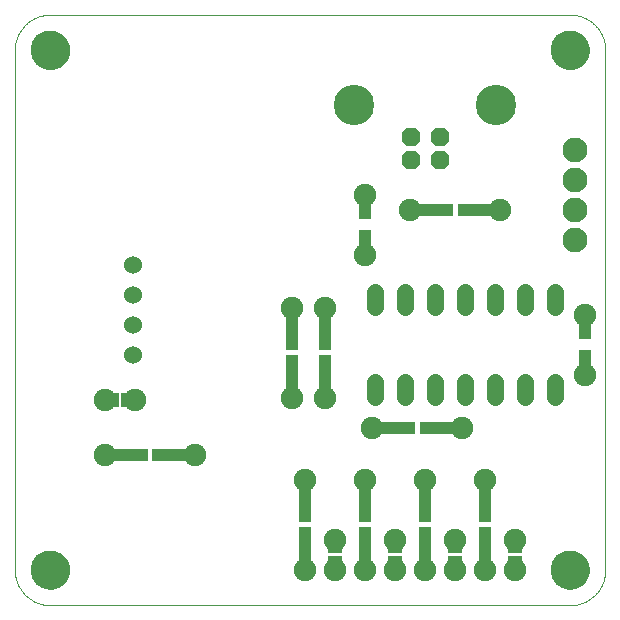
<source format=gts>
G75*
%MOIN*%
%OFA0B0*%
%FSLAX25Y25*%
%IPPOS*%
%LPD*%
%AMOC8*
5,1,8,0,0,1.08239X$1,22.5*
%
%ADD10C,0.00000*%
%ADD11C,0.12998*%
%ADD12R,0.04337X0.10636*%
%ADD13C,0.07487*%
%ADD14C,0.05600*%
%ADD15R,0.12998X0.04337*%
%ADD16OC8,0.06140*%
%ADD17C,0.13455*%
%ADD18R,0.04337X0.12998*%
%ADD19R,0.05124X0.03550*%
%ADD20C,0.08274*%
%ADD21C,0.06000*%
%ADD22R,0.03550X0.05124*%
D10*
X0005724Y0017535D02*
X0005724Y0190764D01*
X0011236Y0190764D02*
X0011238Y0190922D01*
X0011244Y0191080D01*
X0011254Y0191238D01*
X0011268Y0191396D01*
X0011286Y0191553D01*
X0011307Y0191710D01*
X0011333Y0191866D01*
X0011363Y0192022D01*
X0011396Y0192177D01*
X0011434Y0192330D01*
X0011475Y0192483D01*
X0011520Y0192635D01*
X0011569Y0192786D01*
X0011622Y0192935D01*
X0011678Y0193083D01*
X0011738Y0193229D01*
X0011802Y0193374D01*
X0011870Y0193517D01*
X0011941Y0193659D01*
X0012015Y0193799D01*
X0012093Y0193936D01*
X0012175Y0194072D01*
X0012259Y0194206D01*
X0012348Y0194337D01*
X0012439Y0194466D01*
X0012534Y0194593D01*
X0012631Y0194718D01*
X0012732Y0194840D01*
X0012836Y0194959D01*
X0012943Y0195076D01*
X0013053Y0195190D01*
X0013166Y0195301D01*
X0013281Y0195410D01*
X0013399Y0195515D01*
X0013520Y0195617D01*
X0013643Y0195717D01*
X0013769Y0195813D01*
X0013897Y0195906D01*
X0014027Y0195996D01*
X0014160Y0196082D01*
X0014295Y0196166D01*
X0014431Y0196245D01*
X0014570Y0196322D01*
X0014711Y0196394D01*
X0014853Y0196464D01*
X0014997Y0196529D01*
X0015143Y0196591D01*
X0015290Y0196649D01*
X0015439Y0196704D01*
X0015589Y0196755D01*
X0015740Y0196802D01*
X0015892Y0196845D01*
X0016045Y0196884D01*
X0016200Y0196920D01*
X0016355Y0196951D01*
X0016511Y0196979D01*
X0016667Y0197003D01*
X0016824Y0197023D01*
X0016982Y0197039D01*
X0017139Y0197051D01*
X0017298Y0197059D01*
X0017456Y0197063D01*
X0017614Y0197063D01*
X0017772Y0197059D01*
X0017931Y0197051D01*
X0018088Y0197039D01*
X0018246Y0197023D01*
X0018403Y0197003D01*
X0018559Y0196979D01*
X0018715Y0196951D01*
X0018870Y0196920D01*
X0019025Y0196884D01*
X0019178Y0196845D01*
X0019330Y0196802D01*
X0019481Y0196755D01*
X0019631Y0196704D01*
X0019780Y0196649D01*
X0019927Y0196591D01*
X0020073Y0196529D01*
X0020217Y0196464D01*
X0020359Y0196394D01*
X0020500Y0196322D01*
X0020639Y0196245D01*
X0020775Y0196166D01*
X0020910Y0196082D01*
X0021043Y0195996D01*
X0021173Y0195906D01*
X0021301Y0195813D01*
X0021427Y0195717D01*
X0021550Y0195617D01*
X0021671Y0195515D01*
X0021789Y0195410D01*
X0021904Y0195301D01*
X0022017Y0195190D01*
X0022127Y0195076D01*
X0022234Y0194959D01*
X0022338Y0194840D01*
X0022439Y0194718D01*
X0022536Y0194593D01*
X0022631Y0194466D01*
X0022722Y0194337D01*
X0022811Y0194206D01*
X0022895Y0194072D01*
X0022977Y0193936D01*
X0023055Y0193799D01*
X0023129Y0193659D01*
X0023200Y0193517D01*
X0023268Y0193374D01*
X0023332Y0193229D01*
X0023392Y0193083D01*
X0023448Y0192935D01*
X0023501Y0192786D01*
X0023550Y0192635D01*
X0023595Y0192483D01*
X0023636Y0192330D01*
X0023674Y0192177D01*
X0023707Y0192022D01*
X0023737Y0191866D01*
X0023763Y0191710D01*
X0023784Y0191553D01*
X0023802Y0191396D01*
X0023816Y0191238D01*
X0023826Y0191080D01*
X0023832Y0190922D01*
X0023834Y0190764D01*
X0023832Y0190606D01*
X0023826Y0190448D01*
X0023816Y0190290D01*
X0023802Y0190132D01*
X0023784Y0189975D01*
X0023763Y0189818D01*
X0023737Y0189662D01*
X0023707Y0189506D01*
X0023674Y0189351D01*
X0023636Y0189198D01*
X0023595Y0189045D01*
X0023550Y0188893D01*
X0023501Y0188742D01*
X0023448Y0188593D01*
X0023392Y0188445D01*
X0023332Y0188299D01*
X0023268Y0188154D01*
X0023200Y0188011D01*
X0023129Y0187869D01*
X0023055Y0187729D01*
X0022977Y0187592D01*
X0022895Y0187456D01*
X0022811Y0187322D01*
X0022722Y0187191D01*
X0022631Y0187062D01*
X0022536Y0186935D01*
X0022439Y0186810D01*
X0022338Y0186688D01*
X0022234Y0186569D01*
X0022127Y0186452D01*
X0022017Y0186338D01*
X0021904Y0186227D01*
X0021789Y0186118D01*
X0021671Y0186013D01*
X0021550Y0185911D01*
X0021427Y0185811D01*
X0021301Y0185715D01*
X0021173Y0185622D01*
X0021043Y0185532D01*
X0020910Y0185446D01*
X0020775Y0185362D01*
X0020639Y0185283D01*
X0020500Y0185206D01*
X0020359Y0185134D01*
X0020217Y0185064D01*
X0020073Y0184999D01*
X0019927Y0184937D01*
X0019780Y0184879D01*
X0019631Y0184824D01*
X0019481Y0184773D01*
X0019330Y0184726D01*
X0019178Y0184683D01*
X0019025Y0184644D01*
X0018870Y0184608D01*
X0018715Y0184577D01*
X0018559Y0184549D01*
X0018403Y0184525D01*
X0018246Y0184505D01*
X0018088Y0184489D01*
X0017931Y0184477D01*
X0017772Y0184469D01*
X0017614Y0184465D01*
X0017456Y0184465D01*
X0017298Y0184469D01*
X0017139Y0184477D01*
X0016982Y0184489D01*
X0016824Y0184505D01*
X0016667Y0184525D01*
X0016511Y0184549D01*
X0016355Y0184577D01*
X0016200Y0184608D01*
X0016045Y0184644D01*
X0015892Y0184683D01*
X0015740Y0184726D01*
X0015589Y0184773D01*
X0015439Y0184824D01*
X0015290Y0184879D01*
X0015143Y0184937D01*
X0014997Y0184999D01*
X0014853Y0185064D01*
X0014711Y0185134D01*
X0014570Y0185206D01*
X0014431Y0185283D01*
X0014295Y0185362D01*
X0014160Y0185446D01*
X0014027Y0185532D01*
X0013897Y0185622D01*
X0013769Y0185715D01*
X0013643Y0185811D01*
X0013520Y0185911D01*
X0013399Y0186013D01*
X0013281Y0186118D01*
X0013166Y0186227D01*
X0013053Y0186338D01*
X0012943Y0186452D01*
X0012836Y0186569D01*
X0012732Y0186688D01*
X0012631Y0186810D01*
X0012534Y0186935D01*
X0012439Y0187062D01*
X0012348Y0187191D01*
X0012259Y0187322D01*
X0012175Y0187456D01*
X0012093Y0187592D01*
X0012015Y0187729D01*
X0011941Y0187869D01*
X0011870Y0188011D01*
X0011802Y0188154D01*
X0011738Y0188299D01*
X0011678Y0188445D01*
X0011622Y0188593D01*
X0011569Y0188742D01*
X0011520Y0188893D01*
X0011475Y0189045D01*
X0011434Y0189198D01*
X0011396Y0189351D01*
X0011363Y0189506D01*
X0011333Y0189662D01*
X0011307Y0189818D01*
X0011286Y0189975D01*
X0011268Y0190132D01*
X0011254Y0190290D01*
X0011244Y0190448D01*
X0011238Y0190606D01*
X0011236Y0190764D01*
X0005724Y0190764D02*
X0005727Y0191049D01*
X0005738Y0191335D01*
X0005755Y0191620D01*
X0005779Y0191904D01*
X0005810Y0192188D01*
X0005848Y0192471D01*
X0005893Y0192752D01*
X0005944Y0193033D01*
X0006002Y0193313D01*
X0006067Y0193591D01*
X0006139Y0193867D01*
X0006217Y0194141D01*
X0006302Y0194414D01*
X0006394Y0194684D01*
X0006492Y0194952D01*
X0006596Y0195218D01*
X0006707Y0195481D01*
X0006824Y0195741D01*
X0006947Y0195999D01*
X0007077Y0196253D01*
X0007213Y0196504D01*
X0007354Y0196752D01*
X0007502Y0196996D01*
X0007655Y0197237D01*
X0007815Y0197473D01*
X0007980Y0197706D01*
X0008150Y0197935D01*
X0008326Y0198160D01*
X0008508Y0198380D01*
X0008694Y0198596D01*
X0008886Y0198807D01*
X0009083Y0199014D01*
X0009285Y0199216D01*
X0009492Y0199413D01*
X0009703Y0199605D01*
X0009919Y0199791D01*
X0010139Y0199973D01*
X0010364Y0200149D01*
X0010593Y0200319D01*
X0010826Y0200484D01*
X0011062Y0200644D01*
X0011303Y0200797D01*
X0011547Y0200945D01*
X0011795Y0201086D01*
X0012046Y0201222D01*
X0012300Y0201352D01*
X0012558Y0201475D01*
X0012818Y0201592D01*
X0013081Y0201703D01*
X0013347Y0201807D01*
X0013615Y0201905D01*
X0013885Y0201997D01*
X0014158Y0202082D01*
X0014432Y0202160D01*
X0014708Y0202232D01*
X0014986Y0202297D01*
X0015266Y0202355D01*
X0015547Y0202406D01*
X0015828Y0202451D01*
X0016111Y0202489D01*
X0016395Y0202520D01*
X0016679Y0202544D01*
X0016964Y0202561D01*
X0017250Y0202572D01*
X0017535Y0202575D01*
X0190764Y0202575D01*
X0184465Y0190764D02*
X0184467Y0190922D01*
X0184473Y0191080D01*
X0184483Y0191238D01*
X0184497Y0191396D01*
X0184515Y0191553D01*
X0184536Y0191710D01*
X0184562Y0191866D01*
X0184592Y0192022D01*
X0184625Y0192177D01*
X0184663Y0192330D01*
X0184704Y0192483D01*
X0184749Y0192635D01*
X0184798Y0192786D01*
X0184851Y0192935D01*
X0184907Y0193083D01*
X0184967Y0193229D01*
X0185031Y0193374D01*
X0185099Y0193517D01*
X0185170Y0193659D01*
X0185244Y0193799D01*
X0185322Y0193936D01*
X0185404Y0194072D01*
X0185488Y0194206D01*
X0185577Y0194337D01*
X0185668Y0194466D01*
X0185763Y0194593D01*
X0185860Y0194718D01*
X0185961Y0194840D01*
X0186065Y0194959D01*
X0186172Y0195076D01*
X0186282Y0195190D01*
X0186395Y0195301D01*
X0186510Y0195410D01*
X0186628Y0195515D01*
X0186749Y0195617D01*
X0186872Y0195717D01*
X0186998Y0195813D01*
X0187126Y0195906D01*
X0187256Y0195996D01*
X0187389Y0196082D01*
X0187524Y0196166D01*
X0187660Y0196245D01*
X0187799Y0196322D01*
X0187940Y0196394D01*
X0188082Y0196464D01*
X0188226Y0196529D01*
X0188372Y0196591D01*
X0188519Y0196649D01*
X0188668Y0196704D01*
X0188818Y0196755D01*
X0188969Y0196802D01*
X0189121Y0196845D01*
X0189274Y0196884D01*
X0189429Y0196920D01*
X0189584Y0196951D01*
X0189740Y0196979D01*
X0189896Y0197003D01*
X0190053Y0197023D01*
X0190211Y0197039D01*
X0190368Y0197051D01*
X0190527Y0197059D01*
X0190685Y0197063D01*
X0190843Y0197063D01*
X0191001Y0197059D01*
X0191160Y0197051D01*
X0191317Y0197039D01*
X0191475Y0197023D01*
X0191632Y0197003D01*
X0191788Y0196979D01*
X0191944Y0196951D01*
X0192099Y0196920D01*
X0192254Y0196884D01*
X0192407Y0196845D01*
X0192559Y0196802D01*
X0192710Y0196755D01*
X0192860Y0196704D01*
X0193009Y0196649D01*
X0193156Y0196591D01*
X0193302Y0196529D01*
X0193446Y0196464D01*
X0193588Y0196394D01*
X0193729Y0196322D01*
X0193868Y0196245D01*
X0194004Y0196166D01*
X0194139Y0196082D01*
X0194272Y0195996D01*
X0194402Y0195906D01*
X0194530Y0195813D01*
X0194656Y0195717D01*
X0194779Y0195617D01*
X0194900Y0195515D01*
X0195018Y0195410D01*
X0195133Y0195301D01*
X0195246Y0195190D01*
X0195356Y0195076D01*
X0195463Y0194959D01*
X0195567Y0194840D01*
X0195668Y0194718D01*
X0195765Y0194593D01*
X0195860Y0194466D01*
X0195951Y0194337D01*
X0196040Y0194206D01*
X0196124Y0194072D01*
X0196206Y0193936D01*
X0196284Y0193799D01*
X0196358Y0193659D01*
X0196429Y0193517D01*
X0196497Y0193374D01*
X0196561Y0193229D01*
X0196621Y0193083D01*
X0196677Y0192935D01*
X0196730Y0192786D01*
X0196779Y0192635D01*
X0196824Y0192483D01*
X0196865Y0192330D01*
X0196903Y0192177D01*
X0196936Y0192022D01*
X0196966Y0191866D01*
X0196992Y0191710D01*
X0197013Y0191553D01*
X0197031Y0191396D01*
X0197045Y0191238D01*
X0197055Y0191080D01*
X0197061Y0190922D01*
X0197063Y0190764D01*
X0197061Y0190606D01*
X0197055Y0190448D01*
X0197045Y0190290D01*
X0197031Y0190132D01*
X0197013Y0189975D01*
X0196992Y0189818D01*
X0196966Y0189662D01*
X0196936Y0189506D01*
X0196903Y0189351D01*
X0196865Y0189198D01*
X0196824Y0189045D01*
X0196779Y0188893D01*
X0196730Y0188742D01*
X0196677Y0188593D01*
X0196621Y0188445D01*
X0196561Y0188299D01*
X0196497Y0188154D01*
X0196429Y0188011D01*
X0196358Y0187869D01*
X0196284Y0187729D01*
X0196206Y0187592D01*
X0196124Y0187456D01*
X0196040Y0187322D01*
X0195951Y0187191D01*
X0195860Y0187062D01*
X0195765Y0186935D01*
X0195668Y0186810D01*
X0195567Y0186688D01*
X0195463Y0186569D01*
X0195356Y0186452D01*
X0195246Y0186338D01*
X0195133Y0186227D01*
X0195018Y0186118D01*
X0194900Y0186013D01*
X0194779Y0185911D01*
X0194656Y0185811D01*
X0194530Y0185715D01*
X0194402Y0185622D01*
X0194272Y0185532D01*
X0194139Y0185446D01*
X0194004Y0185362D01*
X0193868Y0185283D01*
X0193729Y0185206D01*
X0193588Y0185134D01*
X0193446Y0185064D01*
X0193302Y0184999D01*
X0193156Y0184937D01*
X0193009Y0184879D01*
X0192860Y0184824D01*
X0192710Y0184773D01*
X0192559Y0184726D01*
X0192407Y0184683D01*
X0192254Y0184644D01*
X0192099Y0184608D01*
X0191944Y0184577D01*
X0191788Y0184549D01*
X0191632Y0184525D01*
X0191475Y0184505D01*
X0191317Y0184489D01*
X0191160Y0184477D01*
X0191001Y0184469D01*
X0190843Y0184465D01*
X0190685Y0184465D01*
X0190527Y0184469D01*
X0190368Y0184477D01*
X0190211Y0184489D01*
X0190053Y0184505D01*
X0189896Y0184525D01*
X0189740Y0184549D01*
X0189584Y0184577D01*
X0189429Y0184608D01*
X0189274Y0184644D01*
X0189121Y0184683D01*
X0188969Y0184726D01*
X0188818Y0184773D01*
X0188668Y0184824D01*
X0188519Y0184879D01*
X0188372Y0184937D01*
X0188226Y0184999D01*
X0188082Y0185064D01*
X0187940Y0185134D01*
X0187799Y0185206D01*
X0187660Y0185283D01*
X0187524Y0185362D01*
X0187389Y0185446D01*
X0187256Y0185532D01*
X0187126Y0185622D01*
X0186998Y0185715D01*
X0186872Y0185811D01*
X0186749Y0185911D01*
X0186628Y0186013D01*
X0186510Y0186118D01*
X0186395Y0186227D01*
X0186282Y0186338D01*
X0186172Y0186452D01*
X0186065Y0186569D01*
X0185961Y0186688D01*
X0185860Y0186810D01*
X0185763Y0186935D01*
X0185668Y0187062D01*
X0185577Y0187191D01*
X0185488Y0187322D01*
X0185404Y0187456D01*
X0185322Y0187592D01*
X0185244Y0187729D01*
X0185170Y0187869D01*
X0185099Y0188011D01*
X0185031Y0188154D01*
X0184967Y0188299D01*
X0184907Y0188445D01*
X0184851Y0188593D01*
X0184798Y0188742D01*
X0184749Y0188893D01*
X0184704Y0189045D01*
X0184663Y0189198D01*
X0184625Y0189351D01*
X0184592Y0189506D01*
X0184562Y0189662D01*
X0184536Y0189818D01*
X0184515Y0189975D01*
X0184497Y0190132D01*
X0184483Y0190290D01*
X0184473Y0190448D01*
X0184467Y0190606D01*
X0184465Y0190764D01*
X0190764Y0202575D02*
X0191049Y0202572D01*
X0191335Y0202561D01*
X0191620Y0202544D01*
X0191904Y0202520D01*
X0192188Y0202489D01*
X0192471Y0202451D01*
X0192752Y0202406D01*
X0193033Y0202355D01*
X0193313Y0202297D01*
X0193591Y0202232D01*
X0193867Y0202160D01*
X0194141Y0202082D01*
X0194414Y0201997D01*
X0194684Y0201905D01*
X0194952Y0201807D01*
X0195218Y0201703D01*
X0195481Y0201592D01*
X0195741Y0201475D01*
X0195999Y0201352D01*
X0196253Y0201222D01*
X0196504Y0201086D01*
X0196752Y0200945D01*
X0196996Y0200797D01*
X0197237Y0200644D01*
X0197473Y0200484D01*
X0197706Y0200319D01*
X0197935Y0200149D01*
X0198160Y0199973D01*
X0198380Y0199791D01*
X0198596Y0199605D01*
X0198807Y0199413D01*
X0199014Y0199216D01*
X0199216Y0199014D01*
X0199413Y0198807D01*
X0199605Y0198596D01*
X0199791Y0198380D01*
X0199973Y0198160D01*
X0200149Y0197935D01*
X0200319Y0197706D01*
X0200484Y0197473D01*
X0200644Y0197237D01*
X0200797Y0196996D01*
X0200945Y0196752D01*
X0201086Y0196504D01*
X0201222Y0196253D01*
X0201352Y0195999D01*
X0201475Y0195741D01*
X0201592Y0195481D01*
X0201703Y0195218D01*
X0201807Y0194952D01*
X0201905Y0194684D01*
X0201997Y0194414D01*
X0202082Y0194141D01*
X0202160Y0193867D01*
X0202232Y0193591D01*
X0202297Y0193313D01*
X0202355Y0193033D01*
X0202406Y0192752D01*
X0202451Y0192471D01*
X0202489Y0192188D01*
X0202520Y0191904D01*
X0202544Y0191620D01*
X0202561Y0191335D01*
X0202572Y0191049D01*
X0202575Y0190764D01*
X0202575Y0017535D01*
X0184465Y0017535D02*
X0184467Y0017693D01*
X0184473Y0017851D01*
X0184483Y0018009D01*
X0184497Y0018167D01*
X0184515Y0018324D01*
X0184536Y0018481D01*
X0184562Y0018637D01*
X0184592Y0018793D01*
X0184625Y0018948D01*
X0184663Y0019101D01*
X0184704Y0019254D01*
X0184749Y0019406D01*
X0184798Y0019557D01*
X0184851Y0019706D01*
X0184907Y0019854D01*
X0184967Y0020000D01*
X0185031Y0020145D01*
X0185099Y0020288D01*
X0185170Y0020430D01*
X0185244Y0020570D01*
X0185322Y0020707D01*
X0185404Y0020843D01*
X0185488Y0020977D01*
X0185577Y0021108D01*
X0185668Y0021237D01*
X0185763Y0021364D01*
X0185860Y0021489D01*
X0185961Y0021611D01*
X0186065Y0021730D01*
X0186172Y0021847D01*
X0186282Y0021961D01*
X0186395Y0022072D01*
X0186510Y0022181D01*
X0186628Y0022286D01*
X0186749Y0022388D01*
X0186872Y0022488D01*
X0186998Y0022584D01*
X0187126Y0022677D01*
X0187256Y0022767D01*
X0187389Y0022853D01*
X0187524Y0022937D01*
X0187660Y0023016D01*
X0187799Y0023093D01*
X0187940Y0023165D01*
X0188082Y0023235D01*
X0188226Y0023300D01*
X0188372Y0023362D01*
X0188519Y0023420D01*
X0188668Y0023475D01*
X0188818Y0023526D01*
X0188969Y0023573D01*
X0189121Y0023616D01*
X0189274Y0023655D01*
X0189429Y0023691D01*
X0189584Y0023722D01*
X0189740Y0023750D01*
X0189896Y0023774D01*
X0190053Y0023794D01*
X0190211Y0023810D01*
X0190368Y0023822D01*
X0190527Y0023830D01*
X0190685Y0023834D01*
X0190843Y0023834D01*
X0191001Y0023830D01*
X0191160Y0023822D01*
X0191317Y0023810D01*
X0191475Y0023794D01*
X0191632Y0023774D01*
X0191788Y0023750D01*
X0191944Y0023722D01*
X0192099Y0023691D01*
X0192254Y0023655D01*
X0192407Y0023616D01*
X0192559Y0023573D01*
X0192710Y0023526D01*
X0192860Y0023475D01*
X0193009Y0023420D01*
X0193156Y0023362D01*
X0193302Y0023300D01*
X0193446Y0023235D01*
X0193588Y0023165D01*
X0193729Y0023093D01*
X0193868Y0023016D01*
X0194004Y0022937D01*
X0194139Y0022853D01*
X0194272Y0022767D01*
X0194402Y0022677D01*
X0194530Y0022584D01*
X0194656Y0022488D01*
X0194779Y0022388D01*
X0194900Y0022286D01*
X0195018Y0022181D01*
X0195133Y0022072D01*
X0195246Y0021961D01*
X0195356Y0021847D01*
X0195463Y0021730D01*
X0195567Y0021611D01*
X0195668Y0021489D01*
X0195765Y0021364D01*
X0195860Y0021237D01*
X0195951Y0021108D01*
X0196040Y0020977D01*
X0196124Y0020843D01*
X0196206Y0020707D01*
X0196284Y0020570D01*
X0196358Y0020430D01*
X0196429Y0020288D01*
X0196497Y0020145D01*
X0196561Y0020000D01*
X0196621Y0019854D01*
X0196677Y0019706D01*
X0196730Y0019557D01*
X0196779Y0019406D01*
X0196824Y0019254D01*
X0196865Y0019101D01*
X0196903Y0018948D01*
X0196936Y0018793D01*
X0196966Y0018637D01*
X0196992Y0018481D01*
X0197013Y0018324D01*
X0197031Y0018167D01*
X0197045Y0018009D01*
X0197055Y0017851D01*
X0197061Y0017693D01*
X0197063Y0017535D01*
X0197061Y0017377D01*
X0197055Y0017219D01*
X0197045Y0017061D01*
X0197031Y0016903D01*
X0197013Y0016746D01*
X0196992Y0016589D01*
X0196966Y0016433D01*
X0196936Y0016277D01*
X0196903Y0016122D01*
X0196865Y0015969D01*
X0196824Y0015816D01*
X0196779Y0015664D01*
X0196730Y0015513D01*
X0196677Y0015364D01*
X0196621Y0015216D01*
X0196561Y0015070D01*
X0196497Y0014925D01*
X0196429Y0014782D01*
X0196358Y0014640D01*
X0196284Y0014500D01*
X0196206Y0014363D01*
X0196124Y0014227D01*
X0196040Y0014093D01*
X0195951Y0013962D01*
X0195860Y0013833D01*
X0195765Y0013706D01*
X0195668Y0013581D01*
X0195567Y0013459D01*
X0195463Y0013340D01*
X0195356Y0013223D01*
X0195246Y0013109D01*
X0195133Y0012998D01*
X0195018Y0012889D01*
X0194900Y0012784D01*
X0194779Y0012682D01*
X0194656Y0012582D01*
X0194530Y0012486D01*
X0194402Y0012393D01*
X0194272Y0012303D01*
X0194139Y0012217D01*
X0194004Y0012133D01*
X0193868Y0012054D01*
X0193729Y0011977D01*
X0193588Y0011905D01*
X0193446Y0011835D01*
X0193302Y0011770D01*
X0193156Y0011708D01*
X0193009Y0011650D01*
X0192860Y0011595D01*
X0192710Y0011544D01*
X0192559Y0011497D01*
X0192407Y0011454D01*
X0192254Y0011415D01*
X0192099Y0011379D01*
X0191944Y0011348D01*
X0191788Y0011320D01*
X0191632Y0011296D01*
X0191475Y0011276D01*
X0191317Y0011260D01*
X0191160Y0011248D01*
X0191001Y0011240D01*
X0190843Y0011236D01*
X0190685Y0011236D01*
X0190527Y0011240D01*
X0190368Y0011248D01*
X0190211Y0011260D01*
X0190053Y0011276D01*
X0189896Y0011296D01*
X0189740Y0011320D01*
X0189584Y0011348D01*
X0189429Y0011379D01*
X0189274Y0011415D01*
X0189121Y0011454D01*
X0188969Y0011497D01*
X0188818Y0011544D01*
X0188668Y0011595D01*
X0188519Y0011650D01*
X0188372Y0011708D01*
X0188226Y0011770D01*
X0188082Y0011835D01*
X0187940Y0011905D01*
X0187799Y0011977D01*
X0187660Y0012054D01*
X0187524Y0012133D01*
X0187389Y0012217D01*
X0187256Y0012303D01*
X0187126Y0012393D01*
X0186998Y0012486D01*
X0186872Y0012582D01*
X0186749Y0012682D01*
X0186628Y0012784D01*
X0186510Y0012889D01*
X0186395Y0012998D01*
X0186282Y0013109D01*
X0186172Y0013223D01*
X0186065Y0013340D01*
X0185961Y0013459D01*
X0185860Y0013581D01*
X0185763Y0013706D01*
X0185668Y0013833D01*
X0185577Y0013962D01*
X0185488Y0014093D01*
X0185404Y0014227D01*
X0185322Y0014363D01*
X0185244Y0014500D01*
X0185170Y0014640D01*
X0185099Y0014782D01*
X0185031Y0014925D01*
X0184967Y0015070D01*
X0184907Y0015216D01*
X0184851Y0015364D01*
X0184798Y0015513D01*
X0184749Y0015664D01*
X0184704Y0015816D01*
X0184663Y0015969D01*
X0184625Y0016122D01*
X0184592Y0016277D01*
X0184562Y0016433D01*
X0184536Y0016589D01*
X0184515Y0016746D01*
X0184497Y0016903D01*
X0184483Y0017061D01*
X0184473Y0017219D01*
X0184467Y0017377D01*
X0184465Y0017535D01*
X0190764Y0005724D02*
X0191049Y0005727D01*
X0191335Y0005738D01*
X0191620Y0005755D01*
X0191904Y0005779D01*
X0192188Y0005810D01*
X0192471Y0005848D01*
X0192752Y0005893D01*
X0193033Y0005944D01*
X0193313Y0006002D01*
X0193591Y0006067D01*
X0193867Y0006139D01*
X0194141Y0006217D01*
X0194414Y0006302D01*
X0194684Y0006394D01*
X0194952Y0006492D01*
X0195218Y0006596D01*
X0195481Y0006707D01*
X0195741Y0006824D01*
X0195999Y0006947D01*
X0196253Y0007077D01*
X0196504Y0007213D01*
X0196752Y0007354D01*
X0196996Y0007502D01*
X0197237Y0007655D01*
X0197473Y0007815D01*
X0197706Y0007980D01*
X0197935Y0008150D01*
X0198160Y0008326D01*
X0198380Y0008508D01*
X0198596Y0008694D01*
X0198807Y0008886D01*
X0199014Y0009083D01*
X0199216Y0009285D01*
X0199413Y0009492D01*
X0199605Y0009703D01*
X0199791Y0009919D01*
X0199973Y0010139D01*
X0200149Y0010364D01*
X0200319Y0010593D01*
X0200484Y0010826D01*
X0200644Y0011062D01*
X0200797Y0011303D01*
X0200945Y0011547D01*
X0201086Y0011795D01*
X0201222Y0012046D01*
X0201352Y0012300D01*
X0201475Y0012558D01*
X0201592Y0012818D01*
X0201703Y0013081D01*
X0201807Y0013347D01*
X0201905Y0013615D01*
X0201997Y0013885D01*
X0202082Y0014158D01*
X0202160Y0014432D01*
X0202232Y0014708D01*
X0202297Y0014986D01*
X0202355Y0015266D01*
X0202406Y0015547D01*
X0202451Y0015828D01*
X0202489Y0016111D01*
X0202520Y0016395D01*
X0202544Y0016679D01*
X0202561Y0016964D01*
X0202572Y0017250D01*
X0202575Y0017535D01*
X0190764Y0005724D02*
X0017535Y0005724D01*
X0011236Y0017535D02*
X0011238Y0017693D01*
X0011244Y0017851D01*
X0011254Y0018009D01*
X0011268Y0018167D01*
X0011286Y0018324D01*
X0011307Y0018481D01*
X0011333Y0018637D01*
X0011363Y0018793D01*
X0011396Y0018948D01*
X0011434Y0019101D01*
X0011475Y0019254D01*
X0011520Y0019406D01*
X0011569Y0019557D01*
X0011622Y0019706D01*
X0011678Y0019854D01*
X0011738Y0020000D01*
X0011802Y0020145D01*
X0011870Y0020288D01*
X0011941Y0020430D01*
X0012015Y0020570D01*
X0012093Y0020707D01*
X0012175Y0020843D01*
X0012259Y0020977D01*
X0012348Y0021108D01*
X0012439Y0021237D01*
X0012534Y0021364D01*
X0012631Y0021489D01*
X0012732Y0021611D01*
X0012836Y0021730D01*
X0012943Y0021847D01*
X0013053Y0021961D01*
X0013166Y0022072D01*
X0013281Y0022181D01*
X0013399Y0022286D01*
X0013520Y0022388D01*
X0013643Y0022488D01*
X0013769Y0022584D01*
X0013897Y0022677D01*
X0014027Y0022767D01*
X0014160Y0022853D01*
X0014295Y0022937D01*
X0014431Y0023016D01*
X0014570Y0023093D01*
X0014711Y0023165D01*
X0014853Y0023235D01*
X0014997Y0023300D01*
X0015143Y0023362D01*
X0015290Y0023420D01*
X0015439Y0023475D01*
X0015589Y0023526D01*
X0015740Y0023573D01*
X0015892Y0023616D01*
X0016045Y0023655D01*
X0016200Y0023691D01*
X0016355Y0023722D01*
X0016511Y0023750D01*
X0016667Y0023774D01*
X0016824Y0023794D01*
X0016982Y0023810D01*
X0017139Y0023822D01*
X0017298Y0023830D01*
X0017456Y0023834D01*
X0017614Y0023834D01*
X0017772Y0023830D01*
X0017931Y0023822D01*
X0018088Y0023810D01*
X0018246Y0023794D01*
X0018403Y0023774D01*
X0018559Y0023750D01*
X0018715Y0023722D01*
X0018870Y0023691D01*
X0019025Y0023655D01*
X0019178Y0023616D01*
X0019330Y0023573D01*
X0019481Y0023526D01*
X0019631Y0023475D01*
X0019780Y0023420D01*
X0019927Y0023362D01*
X0020073Y0023300D01*
X0020217Y0023235D01*
X0020359Y0023165D01*
X0020500Y0023093D01*
X0020639Y0023016D01*
X0020775Y0022937D01*
X0020910Y0022853D01*
X0021043Y0022767D01*
X0021173Y0022677D01*
X0021301Y0022584D01*
X0021427Y0022488D01*
X0021550Y0022388D01*
X0021671Y0022286D01*
X0021789Y0022181D01*
X0021904Y0022072D01*
X0022017Y0021961D01*
X0022127Y0021847D01*
X0022234Y0021730D01*
X0022338Y0021611D01*
X0022439Y0021489D01*
X0022536Y0021364D01*
X0022631Y0021237D01*
X0022722Y0021108D01*
X0022811Y0020977D01*
X0022895Y0020843D01*
X0022977Y0020707D01*
X0023055Y0020570D01*
X0023129Y0020430D01*
X0023200Y0020288D01*
X0023268Y0020145D01*
X0023332Y0020000D01*
X0023392Y0019854D01*
X0023448Y0019706D01*
X0023501Y0019557D01*
X0023550Y0019406D01*
X0023595Y0019254D01*
X0023636Y0019101D01*
X0023674Y0018948D01*
X0023707Y0018793D01*
X0023737Y0018637D01*
X0023763Y0018481D01*
X0023784Y0018324D01*
X0023802Y0018167D01*
X0023816Y0018009D01*
X0023826Y0017851D01*
X0023832Y0017693D01*
X0023834Y0017535D01*
X0023832Y0017377D01*
X0023826Y0017219D01*
X0023816Y0017061D01*
X0023802Y0016903D01*
X0023784Y0016746D01*
X0023763Y0016589D01*
X0023737Y0016433D01*
X0023707Y0016277D01*
X0023674Y0016122D01*
X0023636Y0015969D01*
X0023595Y0015816D01*
X0023550Y0015664D01*
X0023501Y0015513D01*
X0023448Y0015364D01*
X0023392Y0015216D01*
X0023332Y0015070D01*
X0023268Y0014925D01*
X0023200Y0014782D01*
X0023129Y0014640D01*
X0023055Y0014500D01*
X0022977Y0014363D01*
X0022895Y0014227D01*
X0022811Y0014093D01*
X0022722Y0013962D01*
X0022631Y0013833D01*
X0022536Y0013706D01*
X0022439Y0013581D01*
X0022338Y0013459D01*
X0022234Y0013340D01*
X0022127Y0013223D01*
X0022017Y0013109D01*
X0021904Y0012998D01*
X0021789Y0012889D01*
X0021671Y0012784D01*
X0021550Y0012682D01*
X0021427Y0012582D01*
X0021301Y0012486D01*
X0021173Y0012393D01*
X0021043Y0012303D01*
X0020910Y0012217D01*
X0020775Y0012133D01*
X0020639Y0012054D01*
X0020500Y0011977D01*
X0020359Y0011905D01*
X0020217Y0011835D01*
X0020073Y0011770D01*
X0019927Y0011708D01*
X0019780Y0011650D01*
X0019631Y0011595D01*
X0019481Y0011544D01*
X0019330Y0011497D01*
X0019178Y0011454D01*
X0019025Y0011415D01*
X0018870Y0011379D01*
X0018715Y0011348D01*
X0018559Y0011320D01*
X0018403Y0011296D01*
X0018246Y0011276D01*
X0018088Y0011260D01*
X0017931Y0011248D01*
X0017772Y0011240D01*
X0017614Y0011236D01*
X0017456Y0011236D01*
X0017298Y0011240D01*
X0017139Y0011248D01*
X0016982Y0011260D01*
X0016824Y0011276D01*
X0016667Y0011296D01*
X0016511Y0011320D01*
X0016355Y0011348D01*
X0016200Y0011379D01*
X0016045Y0011415D01*
X0015892Y0011454D01*
X0015740Y0011497D01*
X0015589Y0011544D01*
X0015439Y0011595D01*
X0015290Y0011650D01*
X0015143Y0011708D01*
X0014997Y0011770D01*
X0014853Y0011835D01*
X0014711Y0011905D01*
X0014570Y0011977D01*
X0014431Y0012054D01*
X0014295Y0012133D01*
X0014160Y0012217D01*
X0014027Y0012303D01*
X0013897Y0012393D01*
X0013769Y0012486D01*
X0013643Y0012582D01*
X0013520Y0012682D01*
X0013399Y0012784D01*
X0013281Y0012889D01*
X0013166Y0012998D01*
X0013053Y0013109D01*
X0012943Y0013223D01*
X0012836Y0013340D01*
X0012732Y0013459D01*
X0012631Y0013581D01*
X0012534Y0013706D01*
X0012439Y0013833D01*
X0012348Y0013962D01*
X0012259Y0014093D01*
X0012175Y0014227D01*
X0012093Y0014363D01*
X0012015Y0014500D01*
X0011941Y0014640D01*
X0011870Y0014782D01*
X0011802Y0014925D01*
X0011738Y0015070D01*
X0011678Y0015216D01*
X0011622Y0015364D01*
X0011569Y0015513D01*
X0011520Y0015664D01*
X0011475Y0015816D01*
X0011434Y0015969D01*
X0011396Y0016122D01*
X0011363Y0016277D01*
X0011333Y0016433D01*
X0011307Y0016589D01*
X0011286Y0016746D01*
X0011268Y0016903D01*
X0011254Y0017061D01*
X0011244Y0017219D01*
X0011238Y0017377D01*
X0011236Y0017535D01*
X0005724Y0017535D02*
X0005727Y0017250D01*
X0005738Y0016964D01*
X0005755Y0016679D01*
X0005779Y0016395D01*
X0005810Y0016111D01*
X0005848Y0015828D01*
X0005893Y0015547D01*
X0005944Y0015266D01*
X0006002Y0014986D01*
X0006067Y0014708D01*
X0006139Y0014432D01*
X0006217Y0014158D01*
X0006302Y0013885D01*
X0006394Y0013615D01*
X0006492Y0013347D01*
X0006596Y0013081D01*
X0006707Y0012818D01*
X0006824Y0012558D01*
X0006947Y0012300D01*
X0007077Y0012046D01*
X0007213Y0011795D01*
X0007354Y0011547D01*
X0007502Y0011303D01*
X0007655Y0011062D01*
X0007815Y0010826D01*
X0007980Y0010593D01*
X0008150Y0010364D01*
X0008326Y0010139D01*
X0008508Y0009919D01*
X0008694Y0009703D01*
X0008886Y0009492D01*
X0009083Y0009285D01*
X0009285Y0009083D01*
X0009492Y0008886D01*
X0009703Y0008694D01*
X0009919Y0008508D01*
X0010139Y0008326D01*
X0010364Y0008150D01*
X0010593Y0007980D01*
X0010826Y0007815D01*
X0011062Y0007655D01*
X0011303Y0007502D01*
X0011547Y0007354D01*
X0011795Y0007213D01*
X0012046Y0007077D01*
X0012300Y0006947D01*
X0012558Y0006824D01*
X0012818Y0006707D01*
X0013081Y0006596D01*
X0013347Y0006492D01*
X0013615Y0006394D01*
X0013885Y0006302D01*
X0014158Y0006217D01*
X0014432Y0006139D01*
X0014708Y0006067D01*
X0014986Y0006002D01*
X0015266Y0005944D01*
X0015547Y0005893D01*
X0015828Y0005848D01*
X0016111Y0005810D01*
X0016395Y0005779D01*
X0016679Y0005755D01*
X0016964Y0005738D01*
X0017250Y0005727D01*
X0017535Y0005724D01*
D11*
X0017535Y0017535D03*
X0017535Y0190764D03*
X0190764Y0190764D03*
X0190764Y0017535D03*
D12*
X0195724Y0085488D03*
X0195724Y0099661D03*
X0122575Y0125488D03*
X0122575Y0139661D03*
D13*
X0122575Y0142575D03*
X0137575Y0137575D03*
X0122575Y0122575D03*
X0109012Y0104937D03*
X0098224Y0104937D03*
X0098224Y0074937D03*
X0109012Y0074937D03*
X0124937Y0064937D03*
X0122575Y0047575D03*
X0142575Y0047575D03*
X0154937Y0064937D03*
X0162575Y0047575D03*
X0172575Y0027575D03*
X0172575Y0017575D03*
X0162575Y0017575D03*
X0152575Y0017575D03*
X0152575Y0027575D03*
X0142575Y0017575D03*
X0132575Y0017575D03*
X0132575Y0027575D03*
X0122575Y0017575D03*
X0112575Y0017575D03*
X0112575Y0027575D03*
X0102575Y0017575D03*
X0102575Y0047575D03*
X0065724Y0055724D03*
X0045724Y0074150D03*
X0035724Y0074150D03*
X0035724Y0055724D03*
X0167575Y0137575D03*
X0195724Y0102575D03*
X0195724Y0082575D03*
D14*
X0185724Y0080175D02*
X0185724Y0074975D01*
X0175724Y0074975D02*
X0175724Y0080175D01*
X0165724Y0080175D02*
X0165724Y0074975D01*
X0155724Y0074975D02*
X0155724Y0080175D01*
X0145724Y0080175D02*
X0145724Y0074975D01*
X0135724Y0074975D02*
X0135724Y0080175D01*
X0125724Y0080175D02*
X0125724Y0074975D01*
X0125724Y0104975D02*
X0125724Y0110175D01*
X0135724Y0110175D02*
X0135724Y0104975D01*
X0145724Y0104975D02*
X0145724Y0110175D01*
X0155724Y0110175D02*
X0155724Y0104975D01*
X0165724Y0104975D02*
X0165724Y0110175D01*
X0175724Y0110175D02*
X0175724Y0104975D01*
X0185724Y0104975D02*
X0185724Y0110175D01*
D15*
X0159661Y0137575D03*
X0145488Y0137575D03*
X0147024Y0064937D03*
X0132850Y0064937D03*
X0057811Y0055724D03*
X0043638Y0055724D03*
D16*
X0137654Y0154031D03*
X0137654Y0161906D03*
X0147496Y0161906D03*
X0147496Y0154031D03*
D17*
X0166276Y0172575D03*
X0118874Y0172575D03*
D18*
X0109012Y0097024D03*
X0098224Y0097024D03*
X0098224Y0082850D03*
X0109012Y0082850D03*
X0102575Y0039661D03*
X0102575Y0025488D03*
X0122575Y0025488D03*
X0122575Y0039661D03*
X0142575Y0039661D03*
X0142575Y0025488D03*
X0162575Y0025488D03*
X0162575Y0039661D03*
D19*
X0172575Y0024661D03*
X0172575Y0020488D03*
X0152575Y0020488D03*
X0152575Y0024661D03*
X0132575Y0024661D03*
X0132575Y0020488D03*
X0112575Y0020488D03*
X0112575Y0024661D03*
D20*
X0192575Y0127575D03*
X0192575Y0137575D03*
X0192575Y0147575D03*
X0192575Y0157575D03*
D21*
X0045094Y0119150D03*
X0045094Y0109150D03*
X0045094Y0099150D03*
X0045094Y0089150D03*
D22*
X0042811Y0074150D03*
X0038638Y0074150D03*
M02*

</source>
